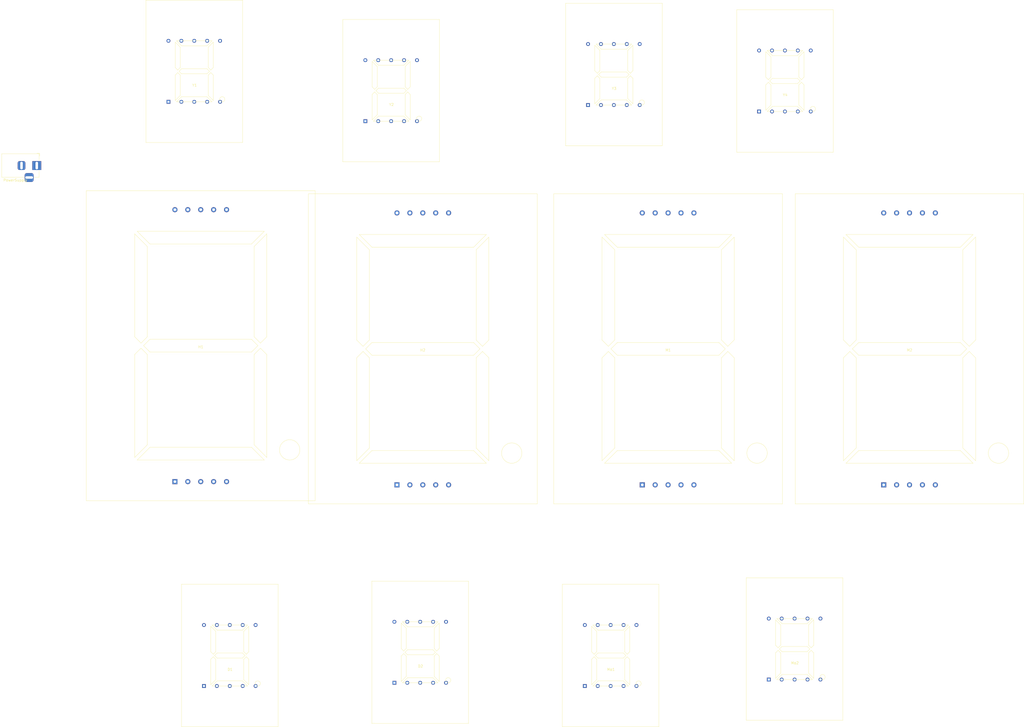
<source format=kicad_pcb>
(kicad_pcb (version 20171130) (host pcbnew "(5.1.6)-1")

  (general
    (thickness 1.6)
    (drawings 0)
    (tracks 1)
    (zones 0)
    (modules 13)
    (nets 34)
  )

  (page A4)
  (layers
    (0 F.Cu signal)
    (31 B.Cu signal)
    (32 B.Adhes user)
    (33 F.Adhes user)
    (34 B.Paste user)
    (35 F.Paste user)
    (36 B.SilkS user)
    (37 F.SilkS user)
    (38 B.Mask user)
    (39 F.Mask user)
    (40 Dwgs.User user)
    (41 Cmts.User user)
    (42 Eco1.User user)
    (43 Eco2.User user)
    (44 Edge.Cuts user)
    (45 Margin user)
    (46 B.CrtYd user)
    (47 F.CrtYd user)
    (48 B.Fab user)
    (49 F.Fab user)
  )

  (setup
    (last_trace_width 0.25)
    (trace_clearance 0.2)
    (zone_clearance 0.508)
    (zone_45_only no)
    (trace_min 0.2)
    (via_size 0.8)
    (via_drill 0.4)
    (via_min_size 0.4)
    (via_min_drill 0.3)
    (uvia_size 0.3)
    (uvia_drill 0.1)
    (uvias_allowed no)
    (uvia_min_size 0.2)
    (uvia_min_drill 0.1)
    (edge_width 0.05)
    (segment_width 0.2)
    (pcb_text_width 0.3)
    (pcb_text_size 1.5 1.5)
    (mod_edge_width 0.12)
    (mod_text_size 1 1)
    (mod_text_width 0.15)
    (pad_size 1.524 1.524)
    (pad_drill 0.762)
    (pad_to_mask_clearance 0.05)
    (aux_axis_origin 0 0)
    (visible_elements 7FFFFFFF)
    (pcbplotparams
      (layerselection 0x010fc_ffffffff)
      (usegerberextensions false)
      (usegerberattributes true)
      (usegerberadvancedattributes true)
      (creategerberjobfile true)
      (excludeedgelayer true)
      (linewidth 0.100000)
      (plotframeref false)
      (viasonmask false)
      (mode 1)
      (useauxorigin false)
      (hpglpennumber 1)
      (hpglpenspeed 20)
      (hpglpendiameter 15.000000)
      (psnegative false)
      (psa4output false)
      (plotreference true)
      (plotvalue true)
      (plotinvisibletext false)
      (padsonsilk false)
      (subtractmaskfromsilk false)
      (outputformat 1)
      (mirror false)
      (drillshape 1)
      (scaleselection 1)
      (outputdirectory ""))
  )

  (net 0 "")
  (net 1 GND)
  (net 2 "Net-(U1-Pad2)")
  (net 3 "Net-(U1-Pad3)")
  (net 4 "Net-(U1-Pad4)")
  (net 5 "Net-(U1-Pad5)")
  (net 6 "Net-(U1-Pad6)")
  (net 7 "Net-(U1-Pad7)")
  (net 8 "Net-(U1-Pad9)")
  (net 9 "Net-(U1-Pad10)")
  (net 10 "Net-(U2-Pad2)")
  (net 11 "Net-(U2-Pad3)")
  (net 12 "Net-(U2-Pad4)")
  (net 13 "Net-(U2-Pad5)")
  (net 14 "Net-(U2-Pad6)")
  (net 15 "Net-(U2-Pad7)")
  (net 16 "Net-(U2-Pad9)")
  (net 17 "Net-(U2-Pad10)")
  (net 18 "Net-(U3-Pad2)")
  (net 19 "Net-(U3-Pad3)")
  (net 20 "Net-(U3-Pad4)")
  (net 21 "Net-(U3-Pad5)")
  (net 22 "Net-(U3-Pad6)")
  (net 23 "Net-(U3-Pad7)")
  (net 24 "Net-(U3-Pad9)")
  (net 25 "Net-(U3-Pad10)")
  (net 26 "Net-(U4-Pad2)")
  (net 27 "Net-(U4-Pad3)")
  (net 28 "Net-(U4-Pad4)")
  (net 29 "Net-(U4-Pad5)")
  (net 30 "Net-(U4-Pad6)")
  (net 31 "Net-(U4-Pad7)")
  (net 32 "Net-(U4-Pad9)")
  (net 33 "Net-(U4-Pad10)")

  (net_class Default "This is the default net class."
    (clearance 0.2)
    (trace_width 0.25)
    (via_dia 0.8)
    (via_drill 0.4)
    (uvia_dia 0.3)
    (uvia_drill 0.1)
    (add_net GND)
    (add_net "Net-(U1-Pad10)")
    (add_net "Net-(U1-Pad2)")
    (add_net "Net-(U1-Pad3)")
    (add_net "Net-(U1-Pad4)")
    (add_net "Net-(U1-Pad5)")
    (add_net "Net-(U1-Pad6)")
    (add_net "Net-(U1-Pad7)")
    (add_net "Net-(U1-Pad9)")
    (add_net "Net-(U2-Pad10)")
    (add_net "Net-(U2-Pad2)")
    (add_net "Net-(U2-Pad3)")
    (add_net "Net-(U2-Pad4)")
    (add_net "Net-(U2-Pad5)")
    (add_net "Net-(U2-Pad6)")
    (add_net "Net-(U2-Pad7)")
    (add_net "Net-(U2-Pad9)")
    (add_net "Net-(U3-Pad10)")
    (add_net "Net-(U3-Pad2)")
    (add_net "Net-(U3-Pad3)")
    (add_net "Net-(U3-Pad4)")
    (add_net "Net-(U3-Pad5)")
    (add_net "Net-(U3-Pad6)")
    (add_net "Net-(U3-Pad7)")
    (add_net "Net-(U3-Pad9)")
    (add_net "Net-(U4-Pad10)")
    (add_net "Net-(U4-Pad2)")
    (add_net "Net-(U4-Pad3)")
    (add_net "Net-(U4-Pad4)")
    (add_net "Net-(U4-Pad5)")
    (add_net "Net-(U4-Pad6)")
    (add_net "Net-(U4-Pad7)")
    (add_net "Net-(U4-Pad9)")
  )

  (module Connector_BarrelJack:BarrelJack_Horizontal (layer F.Cu) (tedit 5A1DBF6A) (tstamp 5F62041F)
    (at -54.356 29.464)
    (descr "DC Barrel Jack")
    (tags "Power Jack")
    (fp_text reference PowerSupply (at -8.45 5.75) (layer F.SilkS)
      (effects (font (size 1 1) (thickness 0.15)))
    )
    (fp_text value BarrelJack_Horizontal (at -6.2 -5.5) (layer F.Fab)
      (effects (font (size 1 1) (thickness 0.15)))
    )
    (fp_text user %R (at -3 -2.95) (layer F.Fab)
      (effects (font (size 1 1) (thickness 0.15)))
    )
    (fp_line (start -0.003213 -4.505425) (end 0.8 -3.75) (layer F.Fab) (width 0.1))
    (fp_line (start 1.1 -3.75) (end 1.1 -4.8) (layer F.SilkS) (width 0.12))
    (fp_line (start 0.05 -4.8) (end 1.1 -4.8) (layer F.SilkS) (width 0.12))
    (fp_line (start 1 -4.5) (end 1 -4.75) (layer F.CrtYd) (width 0.05))
    (fp_line (start 1 -4.75) (end -14 -4.75) (layer F.CrtYd) (width 0.05))
    (fp_line (start 1 -4.5) (end 1 -2) (layer F.CrtYd) (width 0.05))
    (fp_line (start 1 -2) (end 2 -2) (layer F.CrtYd) (width 0.05))
    (fp_line (start 2 -2) (end 2 2) (layer F.CrtYd) (width 0.05))
    (fp_line (start 2 2) (end 1 2) (layer F.CrtYd) (width 0.05))
    (fp_line (start 1 2) (end 1 4.75) (layer F.CrtYd) (width 0.05))
    (fp_line (start 1 4.75) (end -1 4.75) (layer F.CrtYd) (width 0.05))
    (fp_line (start -1 4.75) (end -1 6.75) (layer F.CrtYd) (width 0.05))
    (fp_line (start -1 6.75) (end -5 6.75) (layer F.CrtYd) (width 0.05))
    (fp_line (start -5 6.75) (end -5 4.75) (layer F.CrtYd) (width 0.05))
    (fp_line (start -5 4.75) (end -14 4.75) (layer F.CrtYd) (width 0.05))
    (fp_line (start -14 4.75) (end -14 -4.75) (layer F.CrtYd) (width 0.05))
    (fp_line (start -5 4.6) (end -13.8 4.6) (layer F.SilkS) (width 0.12))
    (fp_line (start -13.8 4.6) (end -13.8 -4.6) (layer F.SilkS) (width 0.12))
    (fp_line (start 0.9 1.9) (end 0.9 4.6) (layer F.SilkS) (width 0.12))
    (fp_line (start 0.9 4.6) (end -1 4.6) (layer F.SilkS) (width 0.12))
    (fp_line (start -13.8 -4.6) (end 0.9 -4.6) (layer F.SilkS) (width 0.12))
    (fp_line (start 0.9 -4.6) (end 0.9 -2) (layer F.SilkS) (width 0.12))
    (fp_line (start -10.2 -4.5) (end -10.2 4.5) (layer F.Fab) (width 0.1))
    (fp_line (start -13.7 -4.5) (end -13.7 4.5) (layer F.Fab) (width 0.1))
    (fp_line (start -13.7 4.5) (end 0.8 4.5) (layer F.Fab) (width 0.1))
    (fp_line (start 0.8 4.5) (end 0.8 -3.75) (layer F.Fab) (width 0.1))
    (fp_line (start 0 -4.5) (end -13.7 -4.5) (layer F.Fab) (width 0.1))
    (pad 3 thru_hole roundrect (at -3 4.7) (size 3.5 3.5) (drill oval 3 1) (layers *.Cu *.Mask) (roundrect_rratio 0.25))
    (pad 2 thru_hole roundrect (at -6 0) (size 3 3.5) (drill oval 1 3) (layers *.Cu *.Mask) (roundrect_rratio 0.25))
    (pad 1 thru_hole rect (at 0 0) (size 3.5 3.5) (drill oval 1 3) (layers *.Cu *.Mask))
    (model ${KISYS3DMOD}/Connector_BarrelJack.3dshapes/BarrelJack_Horizontal.wrl
      (at (xyz 0 0 0))
      (scale (xyz 1 1 1))
      (rotate (xyz 0 0 0))
    )
  )

  (module Custom:SevSeg1.8Inch (layer F.Cu) (tedit 5F3C1EE1) (tstamp 5F3C933D)
    (at 96.52 220.98)
    (fp_text reference D2 (at 0.1 5.48) (layer F.SilkS)
      (effects (font (size 1 1) (thickness 0.15)))
    )
    (fp_text value SevSeg1.8Inch (at 0.1 4.48) (layer F.Fab)
      (effects (font (size 1 1) (thickness 0.15)))
    )
    (fp_line (start -19 28) (end 19 28) (layer F.SilkS) (width 0.12))
    (fp_line (start 19 28) (end 19 -28) (layer F.SilkS) (width 0.12))
    (fp_line (start 19 -28) (end 19 -28) (layer F.SilkS) (width 0.12))
    (fp_line (start -19 -28) (end 19 -28) (layer F.SilkS) (width 0.12))
    (fp_line (start 19 28) (end 19 28) (layer F.SilkS) (width 0.12))
    (fp_line (start -19 -28) (end -19 -28) (layer F.SilkS) (width 0.12))
    (fp_line (start -19 28) (end -19 -28) (layer F.SilkS) (width 0.12))
    (fp_line (start -19 28) (end -19 28) (layer F.SilkS) (width 0.12))
    (fp_line (start -7 -12) (end -5 -10) (layer F.SilkS) (width 0.12))
    (fp_line (start -5 -10) (end 5 -10) (layer F.SilkS) (width 0.12))
    (fp_line (start 7 -12) (end 5 -10) (layer F.SilkS) (width 0.12))
    (fp_line (start -7 -12) (end 7 -12) (layer F.SilkS) (width 0.12))
    (fp_line (start -7.5 -11.5) (end -5.5 -9.5) (layer F.SilkS) (width 0.12))
    (fp_line (start -5.5 -9.5) (end -5.5 -1.5) (layer F.SilkS) (width 0.12))
    (fp_line (start -5.5 -1.5) (end -6.5 -0.5) (layer F.SilkS) (width 0.12))
    (fp_line (start -6.5 -0.5) (end -7.5 -1.5) (layer F.SilkS) (width 0.12))
    (fp_line (start -7.5 -11.5) (end -7.5 -1.5) (layer F.SilkS) (width 0.12))
    (fp_line (start 7.5 -11.5) (end 5.5 -9.5) (layer F.SilkS) (width 0.12))
    (fp_line (start 7.5 -1.5) (end 7.5 -11.5) (layer F.SilkS) (width 0.12))
    (fp_line (start 6.5 -0.5) (end 7.5 -1.5) (layer F.SilkS) (width 0.12))
    (fp_line (start 5.5 -1.5) (end 6.5 -0.5) (layer F.SilkS) (width 0.12))
    (fp_line (start 5.5 -9.5) (end 5.5 -1.5) (layer F.SilkS) (width 0.12))
    (fp_line (start -6 0) (end -5 -1) (layer F.SilkS) (width 0.12))
    (fp_line (start -5 -1) (end 5 -1) (layer F.SilkS) (width 0.12))
    (fp_line (start 5 -1) (end 6 0) (layer F.SilkS) (width 0.12))
    (fp_line (start 6 0) (end 5 1) (layer F.SilkS) (width 0.12))
    (fp_line (start 5 1) (end -5 1) (layer F.SilkS) (width 0.12))
    (fp_line (start -5 1) (end -6 0) (layer F.SilkS) (width 0.12))
    (fp_line (start -7.5 1.5) (end -6.5 0.5) (layer F.SilkS) (width 0.12))
    (fp_line (start -7.5 1.5) (end -7.5 11.5) (layer F.SilkS) (width 0.12))
    (fp_line (start -7.5 11.5) (end -5.5 9.5) (layer F.SilkS) (width 0.12))
    (fp_line (start -5.5 1.5) (end -5.5 9.5) (layer F.SilkS) (width 0.12))
    (fp_line (start -6.5 0.5) (end -5.5 1.5) (layer F.SilkS) (width 0.12))
    (fp_line (start 7 12) (end -7 12) (layer F.SilkS) (width 0.12))
    (fp_line (start 5 10) (end 7 12) (layer F.SilkS) (width 0.12))
    (fp_line (start -5 10) (end 5 10) (layer F.SilkS) (width 0.12))
    (fp_line (start -5 10) (end -7 12) (layer F.SilkS) (width 0.12))
    (fp_line (start 5.5 9.5) (end 5.5 1.5) (layer F.SilkS) (width 0.12))
    (fp_line (start 7.5 11.5) (end 5.5 9.5) (layer F.SilkS) (width 0.12))
    (fp_line (start 7.5 1.5) (end 7.5 11.5) (layer F.SilkS) (width 0.12))
    (fp_line (start 6.5 0.5) (end 7.5 1.5) (layer F.SilkS) (width 0.12))
    (fp_line (start 5.5 1.5) (end 6.5 0.5) (layer F.SilkS) (width 0.12))
    (fp_circle (center 11 11) (end 12 11) (layer F.SilkS) (width 0.12))
    (pad 10 thru_hole circle (at -10.16 -12) (size 1.5 1.5) (drill 0.8) (layers *.Cu *.Mask))
    (pad 9 thru_hole circle (at -5.08 -12) (size 1.5 1.5) (drill 0.8) (layers *.Cu *.Mask))
    (pad 8 thru_hole circle (at 0 -12) (size 1.5 1.5) (drill 0.8) (layers *.Cu *.Mask))
    (pad 7 thru_hole circle (at 5.08 -12) (size 1.5 1.5) (drill 0.8) (layers *.Cu *.Mask))
    (pad 6 thru_hole circle (at 10.16 -12) (size 1.5 1.5) (drill 0.8) (layers *.Cu *.Mask))
    (pad 5 thru_hole circle (at 10.16 12) (size 1.5 1.5) (drill 0.8) (layers *.Cu *.Mask))
    (pad 4 thru_hole circle (at 5.08 12) (size 1.5 1.5) (drill 0.8) (layers *.Cu *.Mask))
    (pad 3 thru_hole circle (at 0 12) (size 1.5 1.5) (drill 0.8) (layers *.Cu *.Mask))
    (pad 2 thru_hole circle (at -5.08 12) (size 1.5 1.5) (drill 0.8) (layers *.Cu *.Mask))
    (pad 1 thru_hole rect (at -10.16 12) (size 1.5 1.5) (drill 0.8) (layers *.Cu *.Mask))
  )

  (module Custom:SevSeg1.8Inch (layer F.Cu) (tedit 5F3C1EE1) (tstamp 5F3C9883)
    (at 240.03 -3.81)
    (fp_text reference Y4 (at 0.1 5.48) (layer F.SilkS)
      (effects (font (size 1 1) (thickness 0.15)))
    )
    (fp_text value SevSeg1.8Inch (at 0.1 4.48) (layer F.Fab)
      (effects (font (size 1 1) (thickness 0.15)))
    )
    (fp_line (start -19 28) (end 19 28) (layer F.SilkS) (width 0.12))
    (fp_line (start 19 28) (end 19 -28) (layer F.SilkS) (width 0.12))
    (fp_line (start 19 -28) (end 19 -28) (layer F.SilkS) (width 0.12))
    (fp_line (start -19 -28) (end 19 -28) (layer F.SilkS) (width 0.12))
    (fp_line (start 19 28) (end 19 28) (layer F.SilkS) (width 0.12))
    (fp_line (start -19 -28) (end -19 -28) (layer F.SilkS) (width 0.12))
    (fp_line (start -19 28) (end -19 -28) (layer F.SilkS) (width 0.12))
    (fp_line (start -19 28) (end -19 28) (layer F.SilkS) (width 0.12))
    (fp_line (start -7 -12) (end -5 -10) (layer F.SilkS) (width 0.12))
    (fp_line (start -5 -10) (end 5 -10) (layer F.SilkS) (width 0.12))
    (fp_line (start 7 -12) (end 5 -10) (layer F.SilkS) (width 0.12))
    (fp_line (start -7 -12) (end 7 -12) (layer F.SilkS) (width 0.12))
    (fp_line (start -7.5 -11.5) (end -5.5 -9.5) (layer F.SilkS) (width 0.12))
    (fp_line (start -5.5 -9.5) (end -5.5 -1.5) (layer F.SilkS) (width 0.12))
    (fp_line (start -5.5 -1.5) (end -6.5 -0.5) (layer F.SilkS) (width 0.12))
    (fp_line (start -6.5 -0.5) (end -7.5 -1.5) (layer F.SilkS) (width 0.12))
    (fp_line (start -7.5 -11.5) (end -7.5 -1.5) (layer F.SilkS) (width 0.12))
    (fp_line (start 7.5 -11.5) (end 5.5 -9.5) (layer F.SilkS) (width 0.12))
    (fp_line (start 7.5 -1.5) (end 7.5 -11.5) (layer F.SilkS) (width 0.12))
    (fp_line (start 6.5 -0.5) (end 7.5 -1.5) (layer F.SilkS) (width 0.12))
    (fp_line (start 5.5 -1.5) (end 6.5 -0.5) (layer F.SilkS) (width 0.12))
    (fp_line (start 5.5 -9.5) (end 5.5 -1.5) (layer F.SilkS) (width 0.12))
    (fp_line (start -6 0) (end -5 -1) (layer F.SilkS) (width 0.12))
    (fp_line (start -5 -1) (end 5 -1) (layer F.SilkS) (width 0.12))
    (fp_line (start 5 -1) (end 6 0) (layer F.SilkS) (width 0.12))
    (fp_line (start 6 0) (end 5 1) (layer F.SilkS) (width 0.12))
    (fp_line (start 5 1) (end -5 1) (layer F.SilkS) (width 0.12))
    (fp_line (start -5 1) (end -6 0) (layer F.SilkS) (width 0.12))
    (fp_line (start -7.5 1.5) (end -6.5 0.5) (layer F.SilkS) (width 0.12))
    (fp_line (start -7.5 1.5) (end -7.5 11.5) (layer F.SilkS) (width 0.12))
    (fp_line (start -7.5 11.5) (end -5.5 9.5) (layer F.SilkS) (width 0.12))
    (fp_line (start -5.5 1.5) (end -5.5 9.5) (layer F.SilkS) (width 0.12))
    (fp_line (start -6.5 0.5) (end -5.5 1.5) (layer F.SilkS) (width 0.12))
    (fp_line (start 7 12) (end -7 12) (layer F.SilkS) (width 0.12))
    (fp_line (start 5 10) (end 7 12) (layer F.SilkS) (width 0.12))
    (fp_line (start -5 10) (end 5 10) (layer F.SilkS) (width 0.12))
    (fp_line (start -5 10) (end -7 12) (layer F.SilkS) (width 0.12))
    (fp_line (start 5.5 9.5) (end 5.5 1.5) (layer F.SilkS) (width 0.12))
    (fp_line (start 7.5 11.5) (end 5.5 9.5) (layer F.SilkS) (width 0.12))
    (fp_line (start 7.5 1.5) (end 7.5 11.5) (layer F.SilkS) (width 0.12))
    (fp_line (start 6.5 0.5) (end 7.5 1.5) (layer F.SilkS) (width 0.12))
    (fp_line (start 5.5 1.5) (end 6.5 0.5) (layer F.SilkS) (width 0.12))
    (fp_circle (center 11 11) (end 12 11) (layer F.SilkS) (width 0.12))
    (pad 10 thru_hole circle (at -10.16 -12) (size 1.5 1.5) (drill 0.8) (layers *.Cu *.Mask))
    (pad 9 thru_hole circle (at -5.08 -12) (size 1.5 1.5) (drill 0.8) (layers *.Cu *.Mask))
    (pad 8 thru_hole circle (at 0 -12) (size 1.5 1.5) (drill 0.8) (layers *.Cu *.Mask))
    (pad 7 thru_hole circle (at 5.08 -12) (size 1.5 1.5) (drill 0.8) (layers *.Cu *.Mask))
    (pad 6 thru_hole circle (at 10.16 -12) (size 1.5 1.5) (drill 0.8) (layers *.Cu *.Mask))
    (pad 5 thru_hole circle (at 10.16 12) (size 1.5 1.5) (drill 0.8) (layers *.Cu *.Mask))
    (pad 4 thru_hole circle (at 5.08 12) (size 1.5 1.5) (drill 0.8) (layers *.Cu *.Mask))
    (pad 3 thru_hole circle (at 0 12) (size 1.5 1.5) (drill 0.8) (layers *.Cu *.Mask))
    (pad 2 thru_hole circle (at -5.08 12) (size 1.5 1.5) (drill 0.8) (layers *.Cu *.Mask))
    (pad 1 thru_hole rect (at -10.16 12) (size 1.5 1.5) (drill 0.8) (layers *.Cu *.Mask))
  )

  (module Custom:SevSeg1.8Inch (layer F.Cu) (tedit 5F3C1EE1) (tstamp 5F3C96C1)
    (at 85.09 0)
    (fp_text reference Y2 (at 0.1 5.48) (layer F.SilkS)
      (effects (font (size 1 1) (thickness 0.15)))
    )
    (fp_text value SevSeg1.8Inch (at 0.1 4.48) (layer F.Fab)
      (effects (font (size 1 1) (thickness 0.15)))
    )
    (fp_line (start -19 28) (end 19 28) (layer F.SilkS) (width 0.12))
    (fp_line (start 19 28) (end 19 -28) (layer F.SilkS) (width 0.12))
    (fp_line (start 19 -28) (end 19 -28) (layer F.SilkS) (width 0.12))
    (fp_line (start -19 -28) (end 19 -28) (layer F.SilkS) (width 0.12))
    (fp_line (start 19 28) (end 19 28) (layer F.SilkS) (width 0.12))
    (fp_line (start -19 -28) (end -19 -28) (layer F.SilkS) (width 0.12))
    (fp_line (start -19 28) (end -19 -28) (layer F.SilkS) (width 0.12))
    (fp_line (start -19 28) (end -19 28) (layer F.SilkS) (width 0.12))
    (fp_line (start -7 -12) (end -5 -10) (layer F.SilkS) (width 0.12))
    (fp_line (start -5 -10) (end 5 -10) (layer F.SilkS) (width 0.12))
    (fp_line (start 7 -12) (end 5 -10) (layer F.SilkS) (width 0.12))
    (fp_line (start -7 -12) (end 7 -12) (layer F.SilkS) (width 0.12))
    (fp_line (start -7.5 -11.5) (end -5.5 -9.5) (layer F.SilkS) (width 0.12))
    (fp_line (start -5.5 -9.5) (end -5.5 -1.5) (layer F.SilkS) (width 0.12))
    (fp_line (start -5.5 -1.5) (end -6.5 -0.5) (layer F.SilkS) (width 0.12))
    (fp_line (start -6.5 -0.5) (end -7.5 -1.5) (layer F.SilkS) (width 0.12))
    (fp_line (start -7.5 -11.5) (end -7.5 -1.5) (layer F.SilkS) (width 0.12))
    (fp_line (start 7.5 -11.5) (end 5.5 -9.5) (layer F.SilkS) (width 0.12))
    (fp_line (start 7.5 -1.5) (end 7.5 -11.5) (layer F.SilkS) (width 0.12))
    (fp_line (start 6.5 -0.5) (end 7.5 -1.5) (layer F.SilkS) (width 0.12))
    (fp_line (start 5.5 -1.5) (end 6.5 -0.5) (layer F.SilkS) (width 0.12))
    (fp_line (start 5.5 -9.5) (end 5.5 -1.5) (layer F.SilkS) (width 0.12))
    (fp_line (start -6 0) (end -5 -1) (layer F.SilkS) (width 0.12))
    (fp_line (start -5 -1) (end 5 -1) (layer F.SilkS) (width 0.12))
    (fp_line (start 5 -1) (end 6 0) (layer F.SilkS) (width 0.12))
    (fp_line (start 6 0) (end 5 1) (layer F.SilkS) (width 0.12))
    (fp_line (start 5 1) (end -5 1) (layer F.SilkS) (width 0.12))
    (fp_line (start -5 1) (end -6 0) (layer F.SilkS) (width 0.12))
    (fp_line (start -7.5 1.5) (end -6.5 0.5) (layer F.SilkS) (width 0.12))
    (fp_line (start -7.5 1.5) (end -7.5 11.5) (layer F.SilkS) (width 0.12))
    (fp_line (start -7.5 11.5) (end -5.5 9.5) (layer F.SilkS) (width 0.12))
    (fp_line (start -5.5 1.5) (end -5.5 9.5) (layer F.SilkS) (width 0.12))
    (fp_line (start -6.5 0.5) (end -5.5 1.5) (layer F.SilkS) (width 0.12))
    (fp_line (start 7 12) (end -7 12) (layer F.SilkS) (width 0.12))
    (fp_line (start 5 10) (end 7 12) (layer F.SilkS) (width 0.12))
    (fp_line (start -5 10) (end 5 10) (layer F.SilkS) (width 0.12))
    (fp_line (start -5 10) (end -7 12) (layer F.SilkS) (width 0.12))
    (fp_line (start 5.5 9.5) (end 5.5 1.5) (layer F.SilkS) (width 0.12))
    (fp_line (start 7.5 11.5) (end 5.5 9.5) (layer F.SilkS) (width 0.12))
    (fp_line (start 7.5 1.5) (end 7.5 11.5) (layer F.SilkS) (width 0.12))
    (fp_line (start 6.5 0.5) (end 7.5 1.5) (layer F.SilkS) (width 0.12))
    (fp_line (start 5.5 1.5) (end 6.5 0.5) (layer F.SilkS) (width 0.12))
    (fp_circle (center 11 11) (end 12 11) (layer F.SilkS) (width 0.12))
    (pad 10 thru_hole circle (at -10.16 -12) (size 1.5 1.5) (drill 0.8) (layers *.Cu *.Mask))
    (pad 9 thru_hole circle (at -5.08 -12) (size 1.5 1.5) (drill 0.8) (layers *.Cu *.Mask))
    (pad 8 thru_hole circle (at 0 -12) (size 1.5 1.5) (drill 0.8) (layers *.Cu *.Mask))
    (pad 7 thru_hole circle (at 5.08 -12) (size 1.5 1.5) (drill 0.8) (layers *.Cu *.Mask))
    (pad 6 thru_hole circle (at 10.16 -12) (size 1.5 1.5) (drill 0.8) (layers *.Cu *.Mask))
    (pad 5 thru_hole circle (at 10.16 12) (size 1.5 1.5) (drill 0.8) (layers *.Cu *.Mask))
    (pad 4 thru_hole circle (at 5.08 12) (size 1.5 1.5) (drill 0.8) (layers *.Cu *.Mask))
    (pad 3 thru_hole circle (at 0 12) (size 1.5 1.5) (drill 0.8) (layers *.Cu *.Mask))
    (pad 2 thru_hole circle (at -5.08 12) (size 1.5 1.5) (drill 0.8) (layers *.Cu *.Mask))
    (pad 1 thru_hole rect (at -10.16 12) (size 1.5 1.5) (drill 0.8) (layers *.Cu *.Mask))
  )

  (module Custom:SevSeg1.8Inch (layer F.Cu) (tedit 5F3C1EE1) (tstamp 5F3C94FF)
    (at 243.84 219.71)
    (fp_text reference Mo2 (at 0.1 5.48) (layer F.SilkS)
      (effects (font (size 1 1) (thickness 0.15)))
    )
    (fp_text value SevSeg1.8Inch (at 0.1 4.48) (layer F.Fab)
      (effects (font (size 1 1) (thickness 0.15)))
    )
    (fp_line (start -19 28) (end 19 28) (layer F.SilkS) (width 0.12))
    (fp_line (start 19 28) (end 19 -28) (layer F.SilkS) (width 0.12))
    (fp_line (start 19 -28) (end 19 -28) (layer F.SilkS) (width 0.12))
    (fp_line (start -19 -28) (end 19 -28) (layer F.SilkS) (width 0.12))
    (fp_line (start 19 28) (end 19 28) (layer F.SilkS) (width 0.12))
    (fp_line (start -19 -28) (end -19 -28) (layer F.SilkS) (width 0.12))
    (fp_line (start -19 28) (end -19 -28) (layer F.SilkS) (width 0.12))
    (fp_line (start -19 28) (end -19 28) (layer F.SilkS) (width 0.12))
    (fp_line (start -7 -12) (end -5 -10) (layer F.SilkS) (width 0.12))
    (fp_line (start -5 -10) (end 5 -10) (layer F.SilkS) (width 0.12))
    (fp_line (start 7 -12) (end 5 -10) (layer F.SilkS) (width 0.12))
    (fp_line (start -7 -12) (end 7 -12) (layer F.SilkS) (width 0.12))
    (fp_line (start -7.5 -11.5) (end -5.5 -9.5) (layer F.SilkS) (width 0.12))
    (fp_line (start -5.5 -9.5) (end -5.5 -1.5) (layer F.SilkS) (width 0.12))
    (fp_line (start -5.5 -1.5) (end -6.5 -0.5) (layer F.SilkS) (width 0.12))
    (fp_line (start -6.5 -0.5) (end -7.5 -1.5) (layer F.SilkS) (width 0.12))
    (fp_line (start -7.5 -11.5) (end -7.5 -1.5) (layer F.SilkS) (width 0.12))
    (fp_line (start 7.5 -11.5) (end 5.5 -9.5) (layer F.SilkS) (width 0.12))
    (fp_line (start 7.5 -1.5) (end 7.5 -11.5) (layer F.SilkS) (width 0.12))
    (fp_line (start 6.5 -0.5) (end 7.5 -1.5) (layer F.SilkS) (width 0.12))
    (fp_line (start 5.5 -1.5) (end 6.5 -0.5) (layer F.SilkS) (width 0.12))
    (fp_line (start 5.5 -9.5) (end 5.5 -1.5) (layer F.SilkS) (width 0.12))
    (fp_line (start -6 0) (end -5 -1) (layer F.SilkS) (width 0.12))
    (fp_line (start -5 -1) (end 5 -1) (layer F.SilkS) (width 0.12))
    (fp_line (start 5 -1) (end 6 0) (layer F.SilkS) (width 0.12))
    (fp_line (start 6 0) (end 5 1) (layer F.SilkS) (width 0.12))
    (fp_line (start 5 1) (end -5 1) (layer F.SilkS) (width 0.12))
    (fp_line (start -5 1) (end -6 0) (layer F.SilkS) (width 0.12))
    (fp_line (start -7.5 1.5) (end -6.5 0.5) (layer F.SilkS) (width 0.12))
    (fp_line (start -7.5 1.5) (end -7.5 11.5) (layer F.SilkS) (width 0.12))
    (fp_line (start -7.5 11.5) (end -5.5 9.5) (layer F.SilkS) (width 0.12))
    (fp_line (start -5.5 1.5) (end -5.5 9.5) (layer F.SilkS) (width 0.12))
    (fp_line (start -6.5 0.5) (end -5.5 1.5) (layer F.SilkS) (width 0.12))
    (fp_line (start 7 12) (end -7 12) (layer F.SilkS) (width 0.12))
    (fp_line (start 5 10) (end 7 12) (layer F.SilkS) (width 0.12))
    (fp_line (start -5 10) (end 5 10) (layer F.SilkS) (width 0.12))
    (fp_line (start -5 10) (end -7 12) (layer F.SilkS) (width 0.12))
    (fp_line (start 5.5 9.5) (end 5.5 1.5) (layer F.SilkS) (width 0.12))
    (fp_line (start 7.5 11.5) (end 5.5 9.5) (layer F.SilkS) (width 0.12))
    (fp_line (start 7.5 1.5) (end 7.5 11.5) (layer F.SilkS) (width 0.12))
    (fp_line (start 6.5 0.5) (end 7.5 1.5) (layer F.SilkS) (width 0.12))
    (fp_line (start 5.5 1.5) (end 6.5 0.5) (layer F.SilkS) (width 0.12))
    (fp_circle (center 11 11) (end 12 11) (layer F.SilkS) (width 0.12))
    (pad 10 thru_hole circle (at -10.16 -12) (size 1.5 1.5) (drill 0.8) (layers *.Cu *.Mask))
    (pad 9 thru_hole circle (at -5.08 -12) (size 1.5 1.5) (drill 0.8) (layers *.Cu *.Mask))
    (pad 8 thru_hole circle (at 0 -12) (size 1.5 1.5) (drill 0.8) (layers *.Cu *.Mask))
    (pad 7 thru_hole circle (at 5.08 -12) (size 1.5 1.5) (drill 0.8) (layers *.Cu *.Mask))
    (pad 6 thru_hole circle (at 10.16 -12) (size 1.5 1.5) (drill 0.8) (layers *.Cu *.Mask))
    (pad 5 thru_hole circle (at 10.16 12) (size 1.5 1.5) (drill 0.8) (layers *.Cu *.Mask))
    (pad 4 thru_hole circle (at 5.08 12) (size 1.5 1.5) (drill 0.8) (layers *.Cu *.Mask))
    (pad 3 thru_hole circle (at 0 12) (size 1.5 1.5) (drill 0.8) (layers *.Cu *.Mask))
    (pad 2 thru_hole circle (at -5.08 12) (size 1.5 1.5) (drill 0.8) (layers *.Cu *.Mask))
    (pad 1 thru_hole rect (at -10.16 12) (size 1.5 1.5) (drill 0.8) (layers *.Cu *.Mask))
  )

  (module Custom:SevSeg1.8Inch (layer F.Cu) (tedit 5F3C1EE1) (tstamp 5F3CA024)
    (at 21.59 222.25)
    (fp_text reference D1 (at 0.1 5.48) (layer F.SilkS)
      (effects (font (size 1 1) (thickness 0.15)))
    )
    (fp_text value SevSeg1.8Inch (at 0.1 4.48) (layer F.Fab)
      (effects (font (size 1 1) (thickness 0.15)))
    )
    (fp_line (start -19 28) (end 19 28) (layer F.SilkS) (width 0.12))
    (fp_line (start 19 28) (end 19 -28) (layer F.SilkS) (width 0.12))
    (fp_line (start 19 -28) (end 19 -28) (layer F.SilkS) (width 0.12))
    (fp_line (start -19 -28) (end 19 -28) (layer F.SilkS) (width 0.12))
    (fp_line (start 19 28) (end 19 28) (layer F.SilkS) (width 0.12))
    (fp_line (start -19 -28) (end -19 -28) (layer F.SilkS) (width 0.12))
    (fp_line (start -19 28) (end -19 -28) (layer F.SilkS) (width 0.12))
    (fp_line (start -19 28) (end -19 28) (layer F.SilkS) (width 0.12))
    (fp_line (start -7 -12) (end -5 -10) (layer F.SilkS) (width 0.12))
    (fp_line (start -5 -10) (end 5 -10) (layer F.SilkS) (width 0.12))
    (fp_line (start 7 -12) (end 5 -10) (layer F.SilkS) (width 0.12))
    (fp_line (start -7 -12) (end 7 -12) (layer F.SilkS) (width 0.12))
    (fp_line (start -7.5 -11.5) (end -5.5 -9.5) (layer F.SilkS) (width 0.12))
    (fp_line (start -5.5 -9.5) (end -5.5 -1.5) (layer F.SilkS) (width 0.12))
    (fp_line (start -5.5 -1.5) (end -6.5 -0.5) (layer F.SilkS) (width 0.12))
    (fp_line (start -6.5 -0.5) (end -7.5 -1.5) (layer F.SilkS) (width 0.12))
    (fp_line (start -7.5 -11.5) (end -7.5 -1.5) (layer F.SilkS) (width 0.12))
    (fp_line (start 7.5 -11.5) (end 5.5 -9.5) (layer F.SilkS) (width 0.12))
    (fp_line (start 7.5 -1.5) (end 7.5 -11.5) (layer F.SilkS) (width 0.12))
    (fp_line (start 6.5 -0.5) (end 7.5 -1.5) (layer F.SilkS) (width 0.12))
    (fp_line (start 5.5 -1.5) (end 6.5 -0.5) (layer F.SilkS) (width 0.12))
    (fp_line (start 5.5 -9.5) (end 5.5 -1.5) (layer F.SilkS) (width 0.12))
    (fp_line (start -6 0) (end -5 -1) (layer F.SilkS) (width 0.12))
    (fp_line (start -5 -1) (end 5 -1) (layer F.SilkS) (width 0.12))
    (fp_line (start 5 -1) (end 6 0) (layer F.SilkS) (width 0.12))
    (fp_line (start 6 0) (end 5 1) (layer F.SilkS) (width 0.12))
    (fp_line (start 5 1) (end -5 1) (layer F.SilkS) (width 0.12))
    (fp_line (start -5 1) (end -6 0) (layer F.SilkS) (width 0.12))
    (fp_line (start -7.5 1.5) (end -6.5 0.5) (layer F.SilkS) (width 0.12))
    (fp_line (start -7.5 1.5) (end -7.5 11.5) (layer F.SilkS) (width 0.12))
    (fp_line (start -7.5 11.5) (end -5.5 9.5) (layer F.SilkS) (width 0.12))
    (fp_line (start -5.5 1.5) (end -5.5 9.5) (layer F.SilkS) (width 0.12))
    (fp_line (start -6.5 0.5) (end -5.5 1.5) (layer F.SilkS) (width 0.12))
    (fp_line (start 7 12) (end -7 12) (layer F.SilkS) (width 0.12))
    (fp_line (start 5 10) (end 7 12) (layer F.SilkS) (width 0.12))
    (fp_line (start -5 10) (end 5 10) (layer F.SilkS) (width 0.12))
    (fp_line (start -5 10) (end -7 12) (layer F.SilkS) (width 0.12))
    (fp_line (start 5.5 9.5) (end 5.5 1.5) (layer F.SilkS) (width 0.12))
    (fp_line (start 7.5 11.5) (end 5.5 9.5) (layer F.SilkS) (width 0.12))
    (fp_line (start 7.5 1.5) (end 7.5 11.5) (layer F.SilkS) (width 0.12))
    (fp_line (start 6.5 0.5) (end 7.5 1.5) (layer F.SilkS) (width 0.12))
    (fp_line (start 5.5 1.5) (end 6.5 0.5) (layer F.SilkS) (width 0.12))
    (fp_circle (center 11 11) (end 12 11) (layer F.SilkS) (width 0.12))
    (pad 10 thru_hole circle (at -10.16 -12) (size 1.5 1.5) (drill 0.8) (layers *.Cu *.Mask))
    (pad 9 thru_hole circle (at -5.08 -12) (size 1.5 1.5) (drill 0.8) (layers *.Cu *.Mask))
    (pad 8 thru_hole circle (at 0 -12) (size 1.5 1.5) (drill 0.8) (layers *.Cu *.Mask))
    (pad 7 thru_hole circle (at 5.08 -12) (size 1.5 1.5) (drill 0.8) (layers *.Cu *.Mask))
    (pad 6 thru_hole circle (at 10.16 -12) (size 1.5 1.5) (drill 0.8) (layers *.Cu *.Mask))
    (pad 5 thru_hole circle (at 10.16 12) (size 1.5 1.5) (drill 0.8) (layers *.Cu *.Mask))
    (pad 4 thru_hole circle (at 5.08 12) (size 1.5 1.5) (drill 0.8) (layers *.Cu *.Mask))
    (pad 3 thru_hole circle (at 0 12) (size 1.5 1.5) (drill 0.8) (layers *.Cu *.Mask))
    (pad 2 thru_hole circle (at -5.08 12) (size 1.5 1.5) (drill 0.8) (layers *.Cu *.Mask))
    (pad 1 thru_hole rect (at -10.16 12) (size 1.5 1.5) (drill 0.8) (layers *.Cu *.Mask))
  )

  (module Custom:SevSeg4inch (layer F.Cu) (tedit 5ECBDFE5) (tstamp 5EDE3234)
    (at 289.052 101.6)
    (path /5EDE4B78)
    (fp_text reference M2 (at 0 0.5) (layer F.SilkS)
      (effects (font (size 1 1) (thickness 0.15)))
    )
    (fp_text value SevSeg4Inch (at 0 -4) (layer F.Fab)
      (effects (font (size 1 1) (thickness 0.15)))
    )
    (fp_line (start -45 -61) (end 45 -61) (layer F.SilkS) (width 0.12))
    (fp_line (start 45 -61) (end 45 61) (layer F.SilkS) (width 0.12))
    (fp_line (start 45 61) (end -45 61) (layer F.SilkS) (width 0.12))
    (fp_line (start -45 61) (end -45 -61) (layer F.SilkS) (width 0.12))
    (fp_line (start -25 -45) (end 25 -45) (layer F.SilkS) (width 0.12))
    (fp_line (start 25 -45) (end 20 -40) (layer F.SilkS) (width 0.12))
    (fp_line (start 20 -40) (end -20 -40) (layer F.SilkS) (width 0.12))
    (fp_line (start -20 -40) (end -25 -45) (layer F.SilkS) (width 0.12))
    (fp_line (start -26 -44) (end -21 -39) (layer F.SilkS) (width 0.12))
    (fp_line (start -21 -39) (end -21 -3.5) (layer F.SilkS) (width 0.12))
    (fp_line (start -21 -3.5) (end -23.5 -1) (layer F.SilkS) (width 0.12))
    (fp_line (start -26 -44) (end -26 -3.5) (layer F.SilkS) (width 0.12))
    (fp_line (start -26 -3.5) (end -23.5 -1) (layer F.SilkS) (width 0.12))
    (fp_line (start -22.5 0) (end -20 -2.5) (layer F.SilkS) (width 0.12))
    (fp_line (start -20 -2.5) (end 20 -2.5) (layer F.SilkS) (width 0.12))
    (fp_line (start 20 -2.5) (end 22.5 0) (layer F.SilkS) (width 0.12))
    (fp_line (start 22.5 0) (end 20 2.5) (layer F.SilkS) (width 0.12))
    (fp_line (start 20 2.5) (end -20 2.5) (layer F.SilkS) (width 0.12))
    (fp_line (start -20 2.5) (end -22.5 0) (layer F.SilkS) (width 0.12))
    (fp_line (start 26 -44) (end 21 -39) (layer F.SilkS) (width 0.12))
    (fp_line (start 26 -44) (end 26 -3.5) (layer F.SilkS) (width 0.12))
    (fp_line (start 26 -3.5) (end 23.5 -1) (layer F.SilkS) (width 0.12))
    (fp_line (start 23.5 -1) (end 21 -3.5) (layer F.SilkS) (width 0.12))
    (fp_line (start 21 -3.5) (end 21 -39) (layer F.SilkS) (width 0.12))
    (fp_line (start -23.5 1) (end -21 3.5) (layer F.SilkS) (width 0.12))
    (fp_line (start -21 3.5) (end -21 39) (layer F.SilkS) (width 0.12))
    (fp_line (start -21 39) (end -26 44) (layer F.SilkS) (width 0.12))
    (fp_line (start -26 44) (end -26 3.5) (layer F.SilkS) (width 0.12))
    (fp_line (start -26 3.5) (end -23.5 1) (layer F.SilkS) (width 0.12))
    (fp_line (start 23.5 1) (end 21 3.5) (layer F.SilkS) (width 0.12))
    (fp_line (start 21 3.5) (end 21 39) (layer F.SilkS) (width 0.12))
    (fp_line (start 21 39) (end 26 44) (layer F.SilkS) (width 0.12))
    (fp_line (start 26 44) (end 26 3.5) (layer F.SilkS) (width 0.12))
    (fp_line (start 26 3.5) (end 23.5 1) (layer F.SilkS) (width 0.12))
    (fp_line (start -25 45) (end 25 45) (layer F.SilkS) (width 0.12))
    (fp_line (start 25 45) (end 20 40) (layer F.SilkS) (width 0.12))
    (fp_line (start 20 40) (end -20 40) (layer F.SilkS) (width 0.12))
    (fp_line (start -20 40) (end -25 45) (layer F.SilkS) (width 0.12))
    (fp_circle (center 35 41) (end 39 41) (layer F.SilkS) (width 0.12))
    (pad 1 thru_hole rect (at -10.16 53.5) (size 2 2) (drill 1.05) (layers *.Cu *.Mask)
      (net 1 GND))
    (pad 2 thru_hole circle (at -5.08 53.5) (size 2 2) (drill 1.05) (layers *.Cu *.Mask)
      (net 26 "Net-(U4-Pad2)"))
    (pad 3 thru_hole circle (at 0 53.5) (size 2 2) (drill 1.05) (layers *.Cu *.Mask)
      (net 27 "Net-(U4-Pad3)"))
    (pad 4 thru_hole circle (at 5.08 53.5) (size 2 2) (drill 1.05) (layers *.Cu *.Mask)
      (net 28 "Net-(U4-Pad4)"))
    (pad 5 thru_hole circle (at 10.16 53.5) (size 2 2) (drill 1.05) (layers *.Cu *.Mask)
      (net 29 "Net-(U4-Pad5)"))
    (pad 6 thru_hole circle (at 10.16 -53.5) (size 2 2) (drill 1.05) (layers *.Cu *.Mask)
      (net 30 "Net-(U4-Pad6)"))
    (pad 7 thru_hole circle (at 5.08 -53.5) (size 2 2) (drill 1.05) (layers *.Cu *.Mask)
      (net 31 "Net-(U4-Pad7)"))
    (pad 8 thru_hole circle (at 0 -53.5) (size 2 2) (drill 1.05) (layers *.Cu *.Mask)
      (net 1 GND))
    (pad 9 thru_hole circle (at -5.08 -53.5) (size 2 2) (drill 1.05) (layers *.Cu *.Mask)
      (net 32 "Net-(U4-Pad9)"))
    (pad 10 thru_hole circle (at -10.16 -53.5) (size 2 2) (drill 1.05) (layers *.Cu *.Mask)
      (net 33 "Net-(U4-Pad10)"))
  )

  (module Custom:SevSeg4inch (layer F.Cu) (tedit 5ECBDFE5) (tstamp 5EDE31CA)
    (at 97.536 101.6)
    (path /5EDE3563)
    (fp_text reference H2 (at 0 0.5) (layer F.SilkS)
      (effects (font (size 1 1) (thickness 0.15)))
    )
    (fp_text value SevSeg4Inch (at 0 -4) (layer F.Fab)
      (effects (font (size 1 1) (thickness 0.15)))
    )
    (fp_line (start -45 -61) (end 45 -61) (layer F.SilkS) (width 0.12))
    (fp_line (start 45 -61) (end 45 61) (layer F.SilkS) (width 0.12))
    (fp_line (start 45 61) (end -45 61) (layer F.SilkS) (width 0.12))
    (fp_line (start -45 61) (end -45 -61) (layer F.SilkS) (width 0.12))
    (fp_line (start -25 -45) (end 25 -45) (layer F.SilkS) (width 0.12))
    (fp_line (start 25 -45) (end 20 -40) (layer F.SilkS) (width 0.12))
    (fp_line (start 20 -40) (end -20 -40) (layer F.SilkS) (width 0.12))
    (fp_line (start -20 -40) (end -25 -45) (layer F.SilkS) (width 0.12))
    (fp_line (start -26 -44) (end -21 -39) (layer F.SilkS) (width 0.12))
    (fp_line (start -21 -39) (end -21 -3.5) (layer F.SilkS) (width 0.12))
    (fp_line (start -21 -3.5) (end -23.5 -1) (layer F.SilkS) (width 0.12))
    (fp_line (start -26 -44) (end -26 -3.5) (layer F.SilkS) (width 0.12))
    (fp_line (start -26 -3.5) (end -23.5 -1) (layer F.SilkS) (width 0.12))
    (fp_line (start -22.5 0) (end -20 -2.5) (layer F.SilkS) (width 0.12))
    (fp_line (start -20 -2.5) (end 20 -2.5) (layer F.SilkS) (width 0.12))
    (fp_line (start 20 -2.5) (end 22.5 0) (layer F.SilkS) (width 0.12))
    (fp_line (start 22.5 0) (end 20 2.5) (layer F.SilkS) (width 0.12))
    (fp_line (start 20 2.5) (end -20 2.5) (layer F.SilkS) (width 0.12))
    (fp_line (start -20 2.5) (end -22.5 0) (layer F.SilkS) (width 0.12))
    (fp_line (start 26 -44) (end 21 -39) (layer F.SilkS) (width 0.12))
    (fp_line (start 26 -44) (end 26 -3.5) (layer F.SilkS) (width 0.12))
    (fp_line (start 26 -3.5) (end 23.5 -1) (layer F.SilkS) (width 0.12))
    (fp_line (start 23.5 -1) (end 21 -3.5) (layer F.SilkS) (width 0.12))
    (fp_line (start 21 -3.5) (end 21 -39) (layer F.SilkS) (width 0.12))
    (fp_line (start -23.5 1) (end -21 3.5) (layer F.SilkS) (width 0.12))
    (fp_line (start -21 3.5) (end -21 39) (layer F.SilkS) (width 0.12))
    (fp_line (start -21 39) (end -26 44) (layer F.SilkS) (width 0.12))
    (fp_line (start -26 44) (end -26 3.5) (layer F.SilkS) (width 0.12))
    (fp_line (start -26 3.5) (end -23.5 1) (layer F.SilkS) (width 0.12))
    (fp_line (start 23.5 1) (end 21 3.5) (layer F.SilkS) (width 0.12))
    (fp_line (start 21 3.5) (end 21 39) (layer F.SilkS) (width 0.12))
    (fp_line (start 21 39) (end 26 44) (layer F.SilkS) (width 0.12))
    (fp_line (start 26 44) (end 26 3.5) (layer F.SilkS) (width 0.12))
    (fp_line (start 26 3.5) (end 23.5 1) (layer F.SilkS) (width 0.12))
    (fp_line (start -25 45) (end 25 45) (layer F.SilkS) (width 0.12))
    (fp_line (start 25 45) (end 20 40) (layer F.SilkS) (width 0.12))
    (fp_line (start 20 40) (end -20 40) (layer F.SilkS) (width 0.12))
    (fp_line (start -20 40) (end -25 45) (layer F.SilkS) (width 0.12))
    (fp_circle (center 35 41) (end 39 41) (layer F.SilkS) (width 0.12))
    (pad 1 thru_hole rect (at -10.16 53.5) (size 2 2) (drill 1.05) (layers *.Cu *.Mask)
      (net 1 GND))
    (pad 2 thru_hole circle (at -5.08 53.5) (size 2 2) (drill 1.05) (layers *.Cu *.Mask)
      (net 10 "Net-(U2-Pad2)"))
    (pad 3 thru_hole circle (at 0 53.5) (size 2 2) (drill 1.05) (layers *.Cu *.Mask)
      (net 11 "Net-(U2-Pad3)"))
    (pad 4 thru_hole circle (at 5.08 53.5) (size 2 2) (drill 1.05) (layers *.Cu *.Mask)
      (net 12 "Net-(U2-Pad4)"))
    (pad 5 thru_hole circle (at 10.16 53.5) (size 2 2) (drill 1.05) (layers *.Cu *.Mask)
      (net 13 "Net-(U2-Pad5)"))
    (pad 6 thru_hole circle (at 10.16 -53.5) (size 2 2) (drill 1.05) (layers *.Cu *.Mask)
      (net 14 "Net-(U2-Pad6)"))
    (pad 7 thru_hole circle (at 5.08 -53.5) (size 2 2) (drill 1.05) (layers *.Cu *.Mask)
      (net 15 "Net-(U2-Pad7)"))
    (pad 8 thru_hole circle (at 0 -53.5) (size 2 2) (drill 1.05) (layers *.Cu *.Mask)
      (net 1 GND))
    (pad 9 thru_hole circle (at -5.08 -53.5) (size 2 2) (drill 1.05) (layers *.Cu *.Mask)
      (net 16 "Net-(U2-Pad9)"))
    (pad 10 thru_hole circle (at -10.16 -53.5) (size 2 2) (drill 1.05) (layers *.Cu *.Mask)
      (net 17 "Net-(U2-Pad10)"))
  )

  (module Custom:SevSeg4inch (layer F.Cu) (tedit 5ECBDFE5) (tstamp 5F3CA0FE)
    (at 10.16 100.33)
    (path /5EDE2A36)
    (fp_text reference H1 (at 0 0.5) (layer F.SilkS)
      (effects (font (size 1 1) (thickness 0.15)))
    )
    (fp_text value SevSeg4Inch (at 0 -4) (layer F.Fab)
      (effects (font (size 1 1) (thickness 0.15)))
    )
    (fp_line (start -45 -61) (end 45 -61) (layer F.SilkS) (width 0.12))
    (fp_line (start 45 -61) (end 45 61) (layer F.SilkS) (width 0.12))
    (fp_line (start 45 61) (end -45 61) (layer F.SilkS) (width 0.12))
    (fp_line (start -45 61) (end -45 -61) (layer F.SilkS) (width 0.12))
    (fp_line (start -25 -45) (end 25 -45) (layer F.SilkS) (width 0.12))
    (fp_line (start 25 -45) (end 20 -40) (layer F.SilkS) (width 0.12))
    (fp_line (start 20 -40) (end -20 -40) (layer F.SilkS) (width 0.12))
    (fp_line (start -20 -40) (end -25 -45) (layer F.SilkS) (width 0.12))
    (fp_line (start -26 -44) (end -21 -39) (layer F.SilkS) (width 0.12))
    (fp_line (start -21 -39) (end -21 -3.5) (layer F.SilkS) (width 0.12))
    (fp_line (start -21 -3.5) (end -23.5 -1) (layer F.SilkS) (width 0.12))
    (fp_line (start -26 -44) (end -26 -3.5) (layer F.SilkS) (width 0.12))
    (fp_line (start -26 -3.5) (end -23.5 -1) (layer F.SilkS) (width 0.12))
    (fp_line (start -22.5 0) (end -20 -2.5) (layer F.SilkS) (width 0.12))
    (fp_line (start -20 -2.5) (end 20 -2.5) (layer F.SilkS) (width 0.12))
    (fp_line (start 20 -2.5) (end 22.5 0) (layer F.SilkS) (width 0.12))
    (fp_line (start 22.5 0) (end 20 2.5) (layer F.SilkS) (width 0.12))
    (fp_line (start 20 2.5) (end -20 2.5) (layer F.SilkS) (width 0.12))
    (fp_line (start -20 2.5) (end -22.5 0) (layer F.SilkS) (width 0.12))
    (fp_line (start 26 -44) (end 21 -39) (layer F.SilkS) (width 0.12))
    (fp_line (start 26 -44) (end 26 -3.5) (layer F.SilkS) (width 0.12))
    (fp_line (start 26 -3.5) (end 23.5 -1) (layer F.SilkS) (width 0.12))
    (fp_line (start 23.5 -1) (end 21 -3.5) (layer F.SilkS) (width 0.12))
    (fp_line (start 21 -3.5) (end 21 -39) (layer F.SilkS) (width 0.12))
    (fp_line (start -23.5 1) (end -21 3.5) (layer F.SilkS) (width 0.12))
    (fp_line (start -21 3.5) (end -21 39) (layer F.SilkS) (width 0.12))
    (fp_line (start -21 39) (end -26 44) (layer F.SilkS) (width 0.12))
    (fp_line (start -26 44) (end -26 3.5) (layer F.SilkS) (width 0.12))
    (fp_line (start -26 3.5) (end -23.5 1) (layer F.SilkS) (width 0.12))
    (fp_line (start 23.5 1) (end 21 3.5) (layer F.SilkS) (width 0.12))
    (fp_line (start 21 3.5) (end 21 39) (layer F.SilkS) (width 0.12))
    (fp_line (start 21 39) (end 26 44) (layer F.SilkS) (width 0.12))
    (fp_line (start 26 44) (end 26 3.5) (layer F.SilkS) (width 0.12))
    (fp_line (start 26 3.5) (end 23.5 1) (layer F.SilkS) (width 0.12))
    (fp_line (start -25 45) (end 25 45) (layer F.SilkS) (width 0.12))
    (fp_line (start 25 45) (end 20 40) (layer F.SilkS) (width 0.12))
    (fp_line (start 20 40) (end -20 40) (layer F.SilkS) (width 0.12))
    (fp_line (start -20 40) (end -25 45) (layer F.SilkS) (width 0.12))
    (fp_circle (center 35 41) (end 39 41) (layer F.SilkS) (width 0.12))
    (pad 1 thru_hole rect (at -10.16 53.5) (size 2 2) (drill 1.05) (layers *.Cu *.Mask)
      (net 1 GND))
    (pad 2 thru_hole circle (at -5.08 53.5) (size 2 2) (drill 1.05) (layers *.Cu *.Mask)
      (net 2 "Net-(U1-Pad2)"))
    (pad 3 thru_hole circle (at 0 53.5) (size 2 2) (drill 1.05) (layers *.Cu *.Mask)
      (net 3 "Net-(U1-Pad3)"))
    (pad 4 thru_hole circle (at 5.08 53.5) (size 2 2) (drill 1.05) (layers *.Cu *.Mask)
      (net 4 "Net-(U1-Pad4)"))
    (pad 5 thru_hole circle (at 10.16 53.5) (size 2 2) (drill 1.05) (layers *.Cu *.Mask)
      (net 5 "Net-(U1-Pad5)"))
    (pad 6 thru_hole circle (at 10.16 -53.5) (size 2 2) (drill 1.05) (layers *.Cu *.Mask)
      (net 6 "Net-(U1-Pad6)"))
    (pad 7 thru_hole circle (at 5.08 -53.5) (size 2 2) (drill 1.05) (layers *.Cu *.Mask)
      (net 7 "Net-(U1-Pad7)"))
    (pad 8 thru_hole circle (at 0 -53.5) (size 2 2) (drill 1.05) (layers *.Cu *.Mask)
      (net 1 GND))
    (pad 9 thru_hole circle (at -5.08 -53.5) (size 2 2) (drill 1.05) (layers *.Cu *.Mask)
      (net 8 "Net-(U1-Pad9)"))
    (pad 10 thru_hole circle (at -10.16 -53.5) (size 2 2) (drill 1.05) (layers *.Cu *.Mask)
      (net 9 "Net-(U1-Pad10)"))
  )

  (module Custom:SevSeg4inch (layer F.Cu) (tedit 5ECBDFE5) (tstamp 5EDE31FF)
    (at 194.056 101.6)
    (path /5EDE3F09)
    (fp_text reference M1 (at 0 0.5) (layer F.SilkS)
      (effects (font (size 1 1) (thickness 0.15)))
    )
    (fp_text value SevSeg4Inch (at 0 -4) (layer F.Fab)
      (effects (font (size 1 1) (thickness 0.15)))
    )
    (fp_line (start -45 -61) (end 45 -61) (layer F.SilkS) (width 0.12))
    (fp_line (start 45 -61) (end 45 61) (layer F.SilkS) (width 0.12))
    (fp_line (start 45 61) (end -45 61) (layer F.SilkS) (width 0.12))
    (fp_line (start -45 61) (end -45 -61) (layer F.SilkS) (width 0.12))
    (fp_line (start -25 -45) (end 25 -45) (layer F.SilkS) (width 0.12))
    (fp_line (start 25 -45) (end 20 -40) (layer F.SilkS) (width 0.12))
    (fp_line (start 20 -40) (end -20 -40) (layer F.SilkS) (width 0.12))
    (fp_line (start -20 -40) (end -25 -45) (layer F.SilkS) (width 0.12))
    (fp_line (start -26 -44) (end -21 -39) (layer F.SilkS) (width 0.12))
    (fp_line (start -21 -39) (end -21 -3.5) (layer F.SilkS) (width 0.12))
    (fp_line (start -21 -3.5) (end -23.5 -1) (layer F.SilkS) (width 0.12))
    (fp_line (start -26 -44) (end -26 -3.5) (layer F.SilkS) (width 0.12))
    (fp_line (start -26 -3.5) (end -23.5 -1) (layer F.SilkS) (width 0.12))
    (fp_line (start -22.5 0) (end -20 -2.5) (layer F.SilkS) (width 0.12))
    (fp_line (start -20 -2.5) (end 20 -2.5) (layer F.SilkS) (width 0.12))
    (fp_line (start 20 -2.5) (end 22.5 0) (layer F.SilkS) (width 0.12))
    (fp_line (start 22.5 0) (end 20 2.5) (layer F.SilkS) (width 0.12))
    (fp_line (start 20 2.5) (end -20 2.5) (layer F.SilkS) (width 0.12))
    (fp_line (start -20 2.5) (end -22.5 0) (layer F.SilkS) (width 0.12))
    (fp_line (start 26 -44) (end 21 -39) (layer F.SilkS) (width 0.12))
    (fp_line (start 26 -44) (end 26 -3.5) (layer F.SilkS) (width 0.12))
    (fp_line (start 26 -3.5) (end 23.5 -1) (layer F.SilkS) (width 0.12))
    (fp_line (start 23.5 -1) (end 21 -3.5) (layer F.SilkS) (width 0.12))
    (fp_line (start 21 -3.5) (end 21 -39) (layer F.SilkS) (width 0.12))
    (fp_line (start -23.5 1) (end -21 3.5) (layer F.SilkS) (width 0.12))
    (fp_line (start -21 3.5) (end -21 39) (layer F.SilkS) (width 0.12))
    (fp_line (start -21 39) (end -26 44) (layer F.SilkS) (width 0.12))
    (fp_line (start -26 44) (end -26 3.5) (layer F.SilkS) (width 0.12))
    (fp_line (start -26 3.5) (end -23.5 1) (layer F.SilkS) (width 0.12))
    (fp_line (start 23.5 1) (end 21 3.5) (layer F.SilkS) (width 0.12))
    (fp_line (start 21 3.5) (end 21 39) (layer F.SilkS) (width 0.12))
    (fp_line (start 21 39) (end 26 44) (layer F.SilkS) (width 0.12))
    (fp_line (start 26 44) (end 26 3.5) (layer F.SilkS) (width 0.12))
    (fp_line (start 26 3.5) (end 23.5 1) (layer F.SilkS) (width 0.12))
    (fp_line (start -25 45) (end 25 45) (layer F.SilkS) (width 0.12))
    (fp_line (start 25 45) (end 20 40) (layer F.SilkS) (width 0.12))
    (fp_line (start 20 40) (end -20 40) (layer F.SilkS) (width 0.12))
    (fp_line (start -20 40) (end -25 45) (layer F.SilkS) (width 0.12))
    (fp_circle (center 35 41) (end 39 41) (layer F.SilkS) (width 0.12))
    (pad 1 thru_hole rect (at -10.16 53.5) (size 2 2) (drill 1.05) (layers *.Cu *.Mask)
      (net 1 GND))
    (pad 2 thru_hole circle (at -5.08 53.5) (size 2 2) (drill 1.05) (layers *.Cu *.Mask)
      (net 18 "Net-(U3-Pad2)"))
    (pad 3 thru_hole circle (at 0 53.5) (size 2 2) (drill 1.05) (layers *.Cu *.Mask)
      (net 19 "Net-(U3-Pad3)"))
    (pad 4 thru_hole circle (at 5.08 53.5) (size 2 2) (drill 1.05) (layers *.Cu *.Mask)
      (net 20 "Net-(U3-Pad4)"))
    (pad 5 thru_hole circle (at 10.16 53.5) (size 2 2) (drill 1.05) (layers *.Cu *.Mask)
      (net 21 "Net-(U3-Pad5)"))
    (pad 6 thru_hole circle (at 10.16 -53.5) (size 2 2) (drill 1.05) (layers *.Cu *.Mask)
      (net 22 "Net-(U3-Pad6)"))
    (pad 7 thru_hole circle (at 5.08 -53.5) (size 2 2) (drill 1.05) (layers *.Cu *.Mask)
      (net 23 "Net-(U3-Pad7)"))
    (pad 8 thru_hole circle (at 0 -53.5) (size 2 2) (drill 1.05) (layers *.Cu *.Mask)
      (net 1 GND))
    (pad 9 thru_hole circle (at -5.08 -53.5) (size 2 2) (drill 1.05) (layers *.Cu *.Mask)
      (net 24 "Net-(U3-Pad9)"))
    (pad 10 thru_hole circle (at -10.16 -53.5) (size 2 2) (drill 1.05) (layers *.Cu *.Mask)
      (net 25 "Net-(U3-Pad10)"))
  )

  (module Custom:SevSeg1.8Inch (layer F.Cu) (tedit 5F3C1EE1) (tstamp 5F3C95E0)
    (at 7.62 -7.62)
    (fp_text reference Y1 (at 0.1 5.48) (layer F.SilkS)
      (effects (font (size 1 1) (thickness 0.15)))
    )
    (fp_text value SevSeg1.8Inch (at 0.1 4.48) (layer F.Fab)
      (effects (font (size 1 1) (thickness 0.15)))
    )
    (fp_line (start -19 28) (end 19 28) (layer F.SilkS) (width 0.12))
    (fp_line (start 19 28) (end 19 -28) (layer F.SilkS) (width 0.12))
    (fp_line (start 19 -28) (end 19 -28) (layer F.SilkS) (width 0.12))
    (fp_line (start -19 -28) (end 19 -28) (layer F.SilkS) (width 0.12))
    (fp_line (start 19 28) (end 19 28) (layer F.SilkS) (width 0.12))
    (fp_line (start -19 -28) (end -19 -28) (layer F.SilkS) (width 0.12))
    (fp_line (start -19 28) (end -19 -28) (layer F.SilkS) (width 0.12))
    (fp_line (start -19 28) (end -19 28) (layer F.SilkS) (width 0.12))
    (fp_line (start -7 -12) (end -5 -10) (layer F.SilkS) (width 0.12))
    (fp_line (start -5 -10) (end 5 -10) (layer F.SilkS) (width 0.12))
    (fp_line (start 7 -12) (end 5 -10) (layer F.SilkS) (width 0.12))
    (fp_line (start -7 -12) (end 7 -12) (layer F.SilkS) (width 0.12))
    (fp_line (start -7.5 -11.5) (end -5.5 -9.5) (layer F.SilkS) (width 0.12))
    (fp_line (start -5.5 -9.5) (end -5.5 -1.5) (layer F.SilkS) (width 0.12))
    (fp_line (start -5.5 -1.5) (end -6.5 -0.5) (layer F.SilkS) (width 0.12))
    (fp_line (start -6.5 -0.5) (end -7.5 -1.5) (layer F.SilkS) (width 0.12))
    (fp_line (start -7.5 -11.5) (end -7.5 -1.5) (layer F.SilkS) (width 0.12))
    (fp_line (start 7.5 -11.5) (end 5.5 -9.5) (layer F.SilkS) (width 0.12))
    (fp_line (start 7.5 -1.5) (end 7.5 -11.5) (layer F.SilkS) (width 0.12))
    (fp_line (start 6.5 -0.5) (end 7.5 -1.5) (layer F.SilkS) (width 0.12))
    (fp_line (start 5.5 -1.5) (end 6.5 -0.5) (layer F.SilkS) (width 0.12))
    (fp_line (start 5.5 -9.5) (end 5.5 -1.5) (layer F.SilkS) (width 0.12))
    (fp_line (start -6 0) (end -5 -1) (layer F.SilkS) (width 0.12))
    (fp_line (start -5 -1) (end 5 -1) (layer F.SilkS) (width 0.12))
    (fp_line (start 5 -1) (end 6 0) (layer F.SilkS) (width 0.12))
    (fp_line (start 6 0) (end 5 1) (layer F.SilkS) (width 0.12))
    (fp_line (start 5 1) (end -5 1) (layer F.SilkS) (width 0.12))
    (fp_line (start -5 1) (end -6 0) (layer F.SilkS) (width 0.12))
    (fp_line (start -7.5 1.5) (end -6.5 0.5) (layer F.SilkS) (width 0.12))
    (fp_line (start -7.5 1.5) (end -7.5 11.5) (layer F.SilkS) (width 0.12))
    (fp_line (start -7.5 11.5) (end -5.5 9.5) (layer F.SilkS) (width 0.12))
    (fp_line (start -5.5 1.5) (end -5.5 9.5) (layer F.SilkS) (width 0.12))
    (fp_line (start -6.5 0.5) (end -5.5 1.5) (layer F.SilkS) (width 0.12))
    (fp_line (start 7 12) (end -7 12) (layer F.SilkS) (width 0.12))
    (fp_line (start 5 10) (end 7 12) (layer F.SilkS) (width 0.12))
    (fp_line (start -5 10) (end 5 10) (layer F.SilkS) (width 0.12))
    (fp_line (start -5 10) (end -7 12) (layer F.SilkS) (width 0.12))
    (fp_line (start 5.5 9.5) (end 5.5 1.5) (layer F.SilkS) (width 0.12))
    (fp_line (start 7.5 11.5) (end 5.5 9.5) (layer F.SilkS) (width 0.12))
    (fp_line (start 7.5 1.5) (end 7.5 11.5) (layer F.SilkS) (width 0.12))
    (fp_line (start 6.5 0.5) (end 7.5 1.5) (layer F.SilkS) (width 0.12))
    (fp_line (start 5.5 1.5) (end 6.5 0.5) (layer F.SilkS) (width 0.12))
    (fp_circle (center 11 11) (end 12 11) (layer F.SilkS) (width 0.12))
    (pad 10 thru_hole circle (at -10.16 -12) (size 1.5 1.5) (drill 0.8) (layers *.Cu *.Mask))
    (pad 9 thru_hole circle (at -5.08 -12) (size 1.5 1.5) (drill 0.8) (layers *.Cu *.Mask))
    (pad 8 thru_hole circle (at 0 -12) (size 1.5 1.5) (drill 0.8) (layers *.Cu *.Mask))
    (pad 7 thru_hole circle (at 5.08 -12) (size 1.5 1.5) (drill 0.8) (layers *.Cu *.Mask))
    (pad 6 thru_hole circle (at 10.16 -12) (size 1.5 1.5) (drill 0.8) (layers *.Cu *.Mask))
    (pad 5 thru_hole circle (at 10.16 12) (size 1.5 1.5) (drill 0.8) (layers *.Cu *.Mask))
    (pad 4 thru_hole circle (at 5.08 12) (size 1.5 1.5) (drill 0.8) (layers *.Cu *.Mask))
    (pad 3 thru_hole circle (at 0 12) (size 1.5 1.5) (drill 0.8) (layers *.Cu *.Mask))
    (pad 2 thru_hole circle (at -5.08 12) (size 1.5 1.5) (drill 0.8) (layers *.Cu *.Mask))
    (pad 1 thru_hole rect (at -10.16 12) (size 1.5 1.5) (drill 0.8) (layers *.Cu *.Mask))
  )

  (module Custom:SevSeg1.8Inch (layer F.Cu) (tedit 5F3C1EE1) (tstamp 5F3C97A2)
    (at 172.72 -6.35)
    (fp_text reference Y3 (at 0.1 5.48) (layer F.SilkS)
      (effects (font (size 1 1) (thickness 0.15)))
    )
    (fp_text value SevSeg1.8Inch (at 0.1 4.48) (layer F.Fab)
      (effects (font (size 1 1) (thickness 0.15)))
    )
    (fp_line (start -19 28) (end 19 28) (layer F.SilkS) (width 0.12))
    (fp_line (start 19 28) (end 19 -28) (layer F.SilkS) (width 0.12))
    (fp_line (start 19 -28) (end 19 -28) (layer F.SilkS) (width 0.12))
    (fp_line (start -19 -28) (end 19 -28) (layer F.SilkS) (width 0.12))
    (fp_line (start 19 28) (end 19 28) (layer F.SilkS) (width 0.12))
    (fp_line (start -19 -28) (end -19 -28) (layer F.SilkS) (width 0.12))
    (fp_line (start -19 28) (end -19 -28) (layer F.SilkS) (width 0.12))
    (fp_line (start -19 28) (end -19 28) (layer F.SilkS) (width 0.12))
    (fp_line (start -7 -12) (end -5 -10) (layer F.SilkS) (width 0.12))
    (fp_line (start -5 -10) (end 5 -10) (layer F.SilkS) (width 0.12))
    (fp_line (start 7 -12) (end 5 -10) (layer F.SilkS) (width 0.12))
    (fp_line (start -7 -12) (end 7 -12) (layer F.SilkS) (width 0.12))
    (fp_line (start -7.5 -11.5) (end -5.5 -9.5) (layer F.SilkS) (width 0.12))
    (fp_line (start -5.5 -9.5) (end -5.5 -1.5) (layer F.SilkS) (width 0.12))
    (fp_line (start -5.5 -1.5) (end -6.5 -0.5) (layer F.SilkS) (width 0.12))
    (fp_line (start -6.5 -0.5) (end -7.5 -1.5) (layer F.SilkS) (width 0.12))
    (fp_line (start -7.5 -11.5) (end -7.5 -1.5) (layer F.SilkS) (width 0.12))
    (fp_line (start 7.5 -11.5) (end 5.5 -9.5) (layer F.SilkS) (width 0.12))
    (fp_line (start 7.5 -1.5) (end 7.5 -11.5) (layer F.SilkS) (width 0.12))
    (fp_line (start 6.5 -0.5) (end 7.5 -1.5) (layer F.SilkS) (width 0.12))
    (fp_line (start 5.5 -1.5) (end 6.5 -0.5) (layer F.SilkS) (width 0.12))
    (fp_line (start 5.5 -9.5) (end 5.5 -1.5) (layer F.SilkS) (width 0.12))
    (fp_line (start -6 0) (end -5 -1) (layer F.SilkS) (width 0.12))
    (fp_line (start -5 -1) (end 5 -1) (layer F.SilkS) (width 0.12))
    (fp_line (start 5 -1) (end 6 0) (layer F.SilkS) (width 0.12))
    (fp_line (start 6 0) (end 5 1) (layer F.SilkS) (width 0.12))
    (fp_line (start 5 1) (end -5 1) (layer F.SilkS) (width 0.12))
    (fp_line (start -5 1) (end -6 0) (layer F.SilkS) (width 0.12))
    (fp_line (start -7.5 1.5) (end -6.5 0.5) (layer F.SilkS) (width 0.12))
    (fp_line (start -7.5 1.5) (end -7.5 11.5) (layer F.SilkS) (width 0.12))
    (fp_line (start -7.5 11.5) (end -5.5 9.5) (layer F.SilkS) (width 0.12))
    (fp_line (start -5.5 1.5) (end -5.5 9.5) (layer F.SilkS) (width 0.12))
    (fp_line (start -6.5 0.5) (end -5.5 1.5) (layer F.SilkS) (width 0.12))
    (fp_line (start 7 12) (end -7 12) (layer F.SilkS) (width 0.12))
    (fp_line (start 5 10) (end 7 12) (layer F.SilkS) (width 0.12))
    (fp_line (start -5 10) (end 5 10) (layer F.SilkS) (width 0.12))
    (fp_line (start -5 10) (end -7 12) (layer F.SilkS) (width 0.12))
    (fp_line (start 5.5 9.5) (end 5.5 1.5) (layer F.SilkS) (width 0.12))
    (fp_line (start 7.5 11.5) (end 5.5 9.5) (layer F.SilkS) (width 0.12))
    (fp_line (start 7.5 1.5) (end 7.5 11.5) (layer F.SilkS) (width 0.12))
    (fp_line (start 6.5 0.5) (end 7.5 1.5) (layer F.SilkS) (width 0.12))
    (fp_line (start 5.5 1.5) (end 6.5 0.5) (layer F.SilkS) (width 0.12))
    (fp_circle (center 11 11) (end 12 11) (layer F.SilkS) (width 0.12))
    (pad 10 thru_hole circle (at -10.16 -12) (size 1.5 1.5) (drill 0.8) (layers *.Cu *.Mask))
    (pad 9 thru_hole circle (at -5.08 -12) (size 1.5 1.5) (drill 0.8) (layers *.Cu *.Mask))
    (pad 8 thru_hole circle (at 0 -12) (size 1.5 1.5) (drill 0.8) (layers *.Cu *.Mask))
    (pad 7 thru_hole circle (at 5.08 -12) (size 1.5 1.5) (drill 0.8) (layers *.Cu *.Mask))
    (pad 6 thru_hole circle (at 10.16 -12) (size 1.5 1.5) (drill 0.8) (layers *.Cu *.Mask))
    (pad 5 thru_hole circle (at 10.16 12) (size 1.5 1.5) (drill 0.8) (layers *.Cu *.Mask))
    (pad 4 thru_hole circle (at 5.08 12) (size 1.5 1.5) (drill 0.8) (layers *.Cu *.Mask))
    (pad 3 thru_hole circle (at 0 12) (size 1.5 1.5) (drill 0.8) (layers *.Cu *.Mask))
    (pad 2 thru_hole circle (at -5.08 12) (size 1.5 1.5) (drill 0.8) (layers *.Cu *.Mask))
    (pad 1 thru_hole rect (at -10.16 12) (size 1.5 1.5) (drill 0.8) (layers *.Cu *.Mask))
  )

  (module Custom:SevSeg1.8Inch (layer F.Cu) (tedit 5F3C1EE1) (tstamp 5F3C941E)
    (at 171.45 222.25)
    (fp_text reference Mo1 (at 0.1 5.48) (layer F.SilkS)
      (effects (font (size 1 1) (thickness 0.15)))
    )
    (fp_text value SevSeg1.8Inch (at 0.1 4.48) (layer F.Fab)
      (effects (font (size 1 1) (thickness 0.15)))
    )
    (fp_line (start -19 28) (end 19 28) (layer F.SilkS) (width 0.12))
    (fp_line (start 19 28) (end 19 -28) (layer F.SilkS) (width 0.12))
    (fp_line (start 19 -28) (end 19 -28) (layer F.SilkS) (width 0.12))
    (fp_line (start -19 -28) (end 19 -28) (layer F.SilkS) (width 0.12))
    (fp_line (start 19 28) (end 19 28) (layer F.SilkS) (width 0.12))
    (fp_line (start -19 -28) (end -19 -28) (layer F.SilkS) (width 0.12))
    (fp_line (start -19 28) (end -19 -28) (layer F.SilkS) (width 0.12))
    (fp_line (start -19 28) (end -19 28) (layer F.SilkS) (width 0.12))
    (fp_line (start -7 -12) (end -5 -10) (layer F.SilkS) (width 0.12))
    (fp_line (start -5 -10) (end 5 -10) (layer F.SilkS) (width 0.12))
    (fp_line (start 7 -12) (end 5 -10) (layer F.SilkS) (width 0.12))
    (fp_line (start -7 -12) (end 7 -12) (layer F.SilkS) (width 0.12))
    (fp_line (start -7.5 -11.5) (end -5.5 -9.5) (layer F.SilkS) (width 0.12))
    (fp_line (start -5.5 -9.5) (end -5.5 -1.5) (layer F.SilkS) (width 0.12))
    (fp_line (start -5.5 -1.5) (end -6.5 -0.5) (layer F.SilkS) (width 0.12))
    (fp_line (start -6.5 -0.5) (end -7.5 -1.5) (layer F.SilkS) (width 0.12))
    (fp_line (start -7.5 -11.5) (end -7.5 -1.5) (layer F.SilkS) (width 0.12))
    (fp_line (start 7.5 -11.5) (end 5.5 -9.5) (layer F.SilkS) (width 0.12))
    (fp_line (start 7.5 -1.5) (end 7.5 -11.5) (layer F.SilkS) (width 0.12))
    (fp_line (start 6.5 -0.5) (end 7.5 -1.5) (layer F.SilkS) (width 0.12))
    (fp_line (start 5.5 -1.5) (end 6.5 -0.5) (layer F.SilkS) (width 0.12))
    (fp_line (start 5.5 -9.5) (end 5.5 -1.5) (layer F.SilkS) (width 0.12))
    (fp_line (start -6 0) (end -5 -1) (layer F.SilkS) (width 0.12))
    (fp_line (start -5 -1) (end 5 -1) (layer F.SilkS) (width 0.12))
    (fp_line (start 5 -1) (end 6 0) (layer F.SilkS) (width 0.12))
    (fp_line (start 6 0) (end 5 1) (layer F.SilkS) (width 0.12))
    (fp_line (start 5 1) (end -5 1) (layer F.SilkS) (width 0.12))
    (fp_line (start -5 1) (end -6 0) (layer F.SilkS) (width 0.12))
    (fp_line (start -7.5 1.5) (end -6.5 0.5) (layer F.SilkS) (width 0.12))
    (fp_line (start -7.5 1.5) (end -7.5 11.5) (layer F.SilkS) (width 0.12))
    (fp_line (start -7.5 11.5) (end -5.5 9.5) (layer F.SilkS) (width 0.12))
    (fp_line (start -5.5 1.5) (end -5.5 9.5) (layer F.SilkS) (width 0.12))
    (fp_line (start -6.5 0.5) (end -5.5 1.5) (layer F.SilkS) (width 0.12))
    (fp_line (start 7 12) (end -7 12) (layer F.SilkS) (width 0.12))
    (fp_line (start 5 10) (end 7 12) (layer F.SilkS) (width 0.12))
    (fp_line (start -5 10) (end 5 10) (layer F.SilkS) (width 0.12))
    (fp_line (start -5 10) (end -7 12) (layer F.SilkS) (width 0.12))
    (fp_line (start 5.5 9.5) (end 5.5 1.5) (layer F.SilkS) (width 0.12))
    (fp_line (start 7.5 11.5) (end 5.5 9.5) (layer F.SilkS) (width 0.12))
    (fp_line (start 7.5 1.5) (end 7.5 11.5) (layer F.SilkS) (width 0.12))
    (fp_line (start 6.5 0.5) (end 7.5 1.5) (layer F.SilkS) (width 0.12))
    (fp_line (start 5.5 1.5) (end 6.5 0.5) (layer F.SilkS) (width 0.12))
    (fp_circle (center 11 11) (end 12 11) (layer F.SilkS) (width 0.12))
    (pad 10 thru_hole circle (at -10.16 -12) (size 1.5 1.5) (drill 0.8) (layers *.Cu *.Mask))
    (pad 9 thru_hole circle (at -5.08 -12) (size 1.5 1.5) (drill 0.8) (layers *.Cu *.Mask))
    (pad 8 thru_hole circle (at 0 -12) (size 1.5 1.5) (drill 0.8) (layers *.Cu *.Mask))
    (pad 7 thru_hole circle (at 5.08 -12) (size 1.5 1.5) (drill 0.8) (layers *.Cu *.Mask))
    (pad 6 thru_hole circle (at 10.16 -12) (size 1.5 1.5) (drill 0.8) (layers *.Cu *.Mask))
    (pad 5 thru_hole circle (at 10.16 12) (size 1.5 1.5) (drill 0.8) (layers *.Cu *.Mask))
    (pad 4 thru_hole circle (at 5.08 12) (size 1.5 1.5) (drill 0.8) (layers *.Cu *.Mask))
    (pad 3 thru_hole circle (at 0 12) (size 1.5 1.5) (drill 0.8) (layers *.Cu *.Mask))
    (pad 2 thru_hole circle (at -5.08 12) (size 1.5 1.5) (drill 0.8) (layers *.Cu *.Mask))
    (pad 1 thru_hole rect (at -10.16 12) (size 1.5 1.5) (drill 0.8) (layers *.Cu *.Mask))
  )

  (segment (start 87.376 155.1) (end 87.376 154.94) (width 0.25) (layer F.Cu) (net 1))

)

</source>
